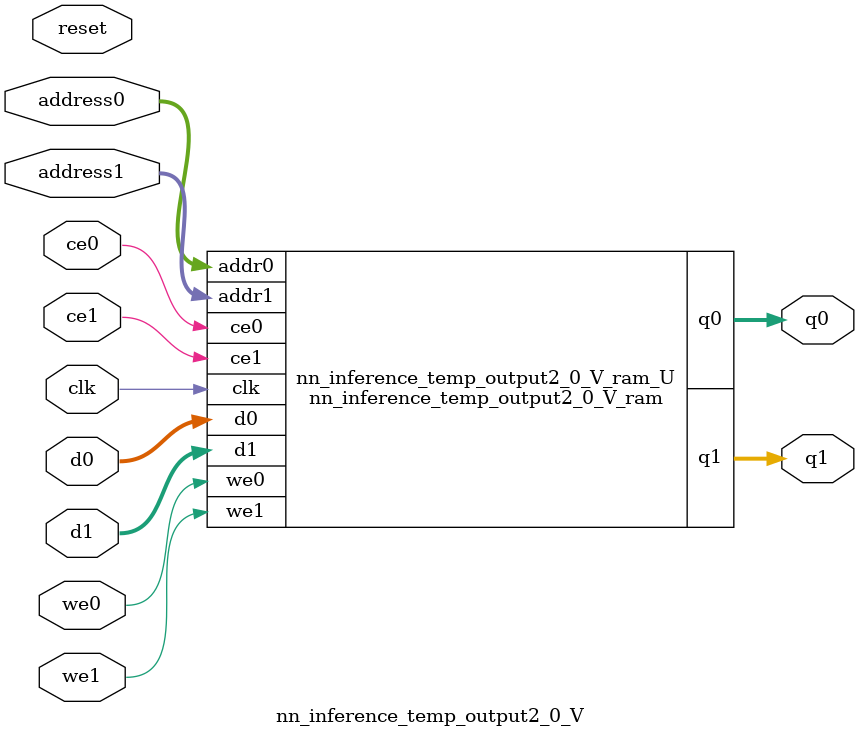
<source format=v>
`timescale 1 ns / 1 ps
module nn_inference_temp_output2_0_V_ram (addr0, ce0, d0, we0, q0, addr1, ce1, d1, we1, q1,  clk);

parameter DWIDTH = 32;
parameter AWIDTH = 5;
parameter MEM_SIZE = 32;

input[AWIDTH-1:0] addr0;
input ce0;
input[DWIDTH-1:0] d0;
input we0;
output reg[DWIDTH-1:0] q0;
input[AWIDTH-1:0] addr1;
input ce1;
input[DWIDTH-1:0] d1;
input we1;
output reg[DWIDTH-1:0] q1;
input clk;

reg [DWIDTH-1:0] ram[0:MEM_SIZE-1];




always @(posedge clk)  
begin 
    if (ce0) begin
        if (we0) 
            ram[addr0] <= d0; 
        q0 <= ram[addr0];
    end
end


always @(posedge clk)  
begin 
    if (ce1) begin
        if (we1) 
            ram[addr1] <= d1; 
        q1 <= ram[addr1];
    end
end


endmodule

`timescale 1 ns / 1 ps
module nn_inference_temp_output2_0_V(
    reset,
    clk,
    address0,
    ce0,
    we0,
    d0,
    q0,
    address1,
    ce1,
    we1,
    d1,
    q1);

parameter DataWidth = 32'd32;
parameter AddressRange = 32'd32;
parameter AddressWidth = 32'd5;
input reset;
input clk;
input[AddressWidth - 1:0] address0;
input ce0;
input we0;
input[DataWidth - 1:0] d0;
output[DataWidth - 1:0] q0;
input[AddressWidth - 1:0] address1;
input ce1;
input we1;
input[DataWidth - 1:0] d1;
output[DataWidth - 1:0] q1;



nn_inference_temp_output2_0_V_ram nn_inference_temp_output2_0_V_ram_U(
    .clk( clk ),
    .addr0( address0 ),
    .ce0( ce0 ),
    .we0( we0 ),
    .d0( d0 ),
    .q0( q0 ),
    .addr1( address1 ),
    .ce1( ce1 ),
    .we1( we1 ),
    .d1( d1 ),
    .q1( q1 ));

endmodule


</source>
